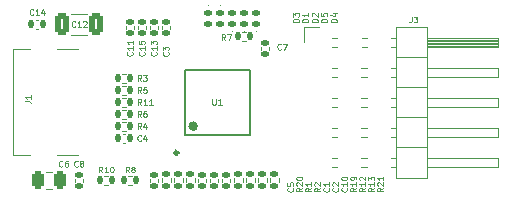
<source format=gbr>
%TF.GenerationSoftware,KiCad,Pcbnew,6.0.4-6f826c9f35~116~ubuntu21.10.1*%
%TF.CreationDate,2022-04-05T23:43:51+08:00*%
%TF.ProjectId,ST_Link_V2.1,53545f4c-696e-46b5-9f56-322e312e6b69,rev?*%
%TF.SameCoordinates,Original*%
%TF.FileFunction,Legend,Top*%
%TF.FilePolarity,Positive*%
%FSLAX46Y46*%
G04 Gerber Fmt 4.6, Leading zero omitted, Abs format (unit mm)*
G04 Created by KiCad (PCBNEW 6.0.4-6f826c9f35~116~ubuntu21.10.1) date 2022-04-05 23:43:51*
%MOMM*%
%LPD*%
G01*
G04 APERTURE LIST*
G04 Aperture macros list*
%AMRoundRect*
0 Rectangle with rounded corners*
0 $1 Rounding radius*
0 $2 $3 $4 $5 $6 $7 $8 $9 X,Y pos of 4 corners*
0 Add a 4 corners polygon primitive as box body*
4,1,4,$2,$3,$4,$5,$6,$7,$8,$9,$2,$3,0*
0 Add four circle primitives for the rounded corners*
1,1,$1+$1,$2,$3*
1,1,$1+$1,$4,$5*
1,1,$1+$1,$6,$7*
1,1,$1+$1,$8,$9*
0 Add four rect primitives between the rounded corners*
20,1,$1+$1,$2,$3,$4,$5,0*
20,1,$1+$1,$4,$5,$6,$7,0*
20,1,$1+$1,$6,$7,$8,$9,0*
20,1,$1+$1,$8,$9,$2,$3,0*%
G04 Aperture macros list end*
%ADD10C,0.100000*%
%ADD11C,0.120000*%
%ADD12C,0.200000*%
%ADD13C,0.400000*%
%ADD14C,0.300000*%
%ADD15RoundRect,0.140000X-0.170000X0.140000X-0.170000X-0.140000X0.170000X-0.140000X0.170000X0.140000X0*%
%ADD16RoundRect,0.140000X0.170000X-0.140000X0.170000X0.140000X-0.170000X0.140000X-0.170000X-0.140000X0*%
%ADD17RoundRect,0.140000X0.140000X0.170000X-0.140000X0.170000X-0.140000X-0.170000X0.140000X-0.170000X0*%
%ADD18RoundRect,0.250000X0.250000X0.475000X-0.250000X0.475000X-0.250000X-0.475000X0.250000X-0.475000X0*%
%ADD19RoundRect,0.249999X-0.325001X-0.650001X0.325001X-0.650001X0.325001X0.650001X-0.325001X0.650001X0*%
%ADD20RoundRect,0.147500X-0.172500X0.147500X-0.172500X-0.147500X0.172500X-0.147500X0.172500X0.147500X0*%
%ADD21RoundRect,0.147500X0.172500X-0.147500X0.172500X0.147500X-0.172500X0.147500X-0.172500X-0.147500X0*%
%ADD22C,0.600000*%
%ADD23R,1.160000X0.600000*%
%ADD24R,1.160000X0.300000*%
%ADD25O,2.000000X0.900000*%
%ADD26O,1.700000X0.900000*%
%ADD27RoundRect,0.135000X-0.185000X0.135000X-0.185000X-0.135000X0.185000X-0.135000X0.185000X0.135000X0*%
%ADD28RoundRect,0.135000X0.135000X0.185000X-0.135000X0.185000X-0.135000X-0.185000X0.135000X-0.185000X0*%
%ADD29RoundRect,0.135000X-0.135000X-0.185000X0.135000X-0.185000X0.135000X0.185000X-0.135000X0.185000X0*%
%ADD30RoundRect,0.135000X0.185000X-0.135000X0.185000X0.135000X-0.185000X0.135000X-0.185000X-0.135000X0*%
%ADD31O,0.280000X1.800000*%
%ADD32O,1.800000X0.280000*%
%ADD33R,1.700000X1.700000*%
%ADD34O,1.700000X1.700000*%
G04 APERTURE END LIST*
D10*
%TO.C,C1*%
X82855571Y-91337333D02*
X82879380Y-91361142D01*
X82903190Y-91432571D01*
X82903190Y-91480190D01*
X82879380Y-91551619D01*
X82831761Y-91599238D01*
X82784142Y-91623047D01*
X82688904Y-91646857D01*
X82617476Y-91646857D01*
X82522238Y-91623047D01*
X82474619Y-91599238D01*
X82427000Y-91551619D01*
X82403190Y-91480190D01*
X82403190Y-91432571D01*
X82427000Y-91361142D01*
X82450809Y-91337333D01*
X82903190Y-90861142D02*
X82903190Y-91146857D01*
X82903190Y-91004000D02*
X82403190Y-91004000D01*
X82474619Y-91051619D01*
X82522238Y-91099238D01*
X82546047Y-91146857D01*
%TO.C,C2*%
X83617571Y-91337333D02*
X83641380Y-91361142D01*
X83665190Y-91432571D01*
X83665190Y-91480190D01*
X83641380Y-91551619D01*
X83593761Y-91599238D01*
X83546142Y-91623047D01*
X83450904Y-91646857D01*
X83379476Y-91646857D01*
X83284238Y-91623047D01*
X83236619Y-91599238D01*
X83189000Y-91551619D01*
X83165190Y-91480190D01*
X83165190Y-91432571D01*
X83189000Y-91361142D01*
X83212809Y-91337333D01*
X83212809Y-91146857D02*
X83189000Y-91123047D01*
X83165190Y-91075428D01*
X83165190Y-90956380D01*
X83189000Y-90908761D01*
X83212809Y-90884952D01*
X83260428Y-90861142D01*
X83308047Y-90861142D01*
X83379476Y-90884952D01*
X83665190Y-91170666D01*
X83665190Y-90861142D01*
%TO.C,C3*%
X69266571Y-79833333D02*
X69290380Y-79857142D01*
X69314190Y-79928571D01*
X69314190Y-79976190D01*
X69290380Y-80047619D01*
X69242761Y-80095238D01*
X69195142Y-80119047D01*
X69099904Y-80142857D01*
X69028476Y-80142857D01*
X68933238Y-80119047D01*
X68885619Y-80095238D01*
X68838000Y-80047619D01*
X68814190Y-79976190D01*
X68814190Y-79928571D01*
X68838000Y-79857142D01*
X68861809Y-79833333D01*
X68814190Y-79666666D02*
X68814190Y-79357142D01*
X69004666Y-79523809D01*
X69004666Y-79452380D01*
X69028476Y-79404761D01*
X69052285Y-79380952D01*
X69099904Y-79357142D01*
X69218952Y-79357142D01*
X69266571Y-79380952D01*
X69290380Y-79404761D01*
X69314190Y-79452380D01*
X69314190Y-79595238D01*
X69290380Y-79642857D01*
X69266571Y-79666666D01*
%TO.C,C4*%
X66972666Y-87300571D02*
X66948857Y-87324380D01*
X66877428Y-87348190D01*
X66829809Y-87348190D01*
X66758380Y-87324380D01*
X66710761Y-87276761D01*
X66686952Y-87229142D01*
X66663142Y-87133904D01*
X66663142Y-87062476D01*
X66686952Y-86967238D01*
X66710761Y-86919619D01*
X66758380Y-86872000D01*
X66829809Y-86848190D01*
X66877428Y-86848190D01*
X66948857Y-86872000D01*
X66972666Y-86895809D01*
X67401238Y-87014857D02*
X67401238Y-87348190D01*
X67282190Y-86824380D02*
X67163142Y-87181523D01*
X67472666Y-87181523D01*
%TO.C,C5*%
X79807571Y-91337333D02*
X79831380Y-91361142D01*
X79855190Y-91432571D01*
X79855190Y-91480190D01*
X79831380Y-91551619D01*
X79783761Y-91599238D01*
X79736142Y-91623047D01*
X79640904Y-91646857D01*
X79569476Y-91646857D01*
X79474238Y-91623047D01*
X79426619Y-91599238D01*
X79379000Y-91551619D01*
X79355190Y-91480190D01*
X79355190Y-91432571D01*
X79379000Y-91361142D01*
X79402809Y-91337333D01*
X79355190Y-90884952D02*
X79355190Y-91123047D01*
X79593285Y-91146857D01*
X79569476Y-91123047D01*
X79545666Y-91075428D01*
X79545666Y-90956380D01*
X79569476Y-90908761D01*
X79593285Y-90884952D01*
X79640904Y-90861142D01*
X79759952Y-90861142D01*
X79807571Y-90884952D01*
X79831380Y-90908761D01*
X79855190Y-90956380D01*
X79855190Y-91075428D01*
X79831380Y-91123047D01*
X79807571Y-91146857D01*
%TO.C,C6*%
X60316666Y-89478571D02*
X60292857Y-89502380D01*
X60221428Y-89526190D01*
X60173809Y-89526190D01*
X60102380Y-89502380D01*
X60054761Y-89454761D01*
X60030952Y-89407142D01*
X60007142Y-89311904D01*
X60007142Y-89240476D01*
X60030952Y-89145238D01*
X60054761Y-89097619D01*
X60102380Y-89050000D01*
X60173809Y-89026190D01*
X60221428Y-89026190D01*
X60292857Y-89050000D01*
X60316666Y-89073809D01*
X60745238Y-89026190D02*
X60650000Y-89026190D01*
X60602380Y-89050000D01*
X60578571Y-89073809D01*
X60530952Y-89145238D01*
X60507142Y-89240476D01*
X60507142Y-89430952D01*
X60530952Y-89478571D01*
X60554761Y-89502380D01*
X60602380Y-89526190D01*
X60697619Y-89526190D01*
X60745238Y-89502380D01*
X60769047Y-89478571D01*
X60792857Y-89430952D01*
X60792857Y-89311904D01*
X60769047Y-89264285D01*
X60745238Y-89240476D01*
X60697619Y-89216666D01*
X60602380Y-89216666D01*
X60554761Y-89240476D01*
X60530952Y-89264285D01*
X60507142Y-89311904D01*
%TO.C,C7*%
X78816666Y-79578571D02*
X78792857Y-79602380D01*
X78721428Y-79626190D01*
X78673809Y-79626190D01*
X78602380Y-79602380D01*
X78554761Y-79554761D01*
X78530952Y-79507142D01*
X78507142Y-79411904D01*
X78507142Y-79340476D01*
X78530952Y-79245238D01*
X78554761Y-79197619D01*
X78602380Y-79150000D01*
X78673809Y-79126190D01*
X78721428Y-79126190D01*
X78792857Y-79150000D01*
X78816666Y-79173809D01*
X78983333Y-79126190D02*
X79316666Y-79126190D01*
X79102380Y-79626190D01*
%TO.C,C8*%
X61616666Y-89478571D02*
X61592857Y-89502380D01*
X61521428Y-89526190D01*
X61473809Y-89526190D01*
X61402380Y-89502380D01*
X61354761Y-89454761D01*
X61330952Y-89407142D01*
X61307142Y-89311904D01*
X61307142Y-89240476D01*
X61330952Y-89145238D01*
X61354761Y-89097619D01*
X61402380Y-89050000D01*
X61473809Y-89026190D01*
X61521428Y-89026190D01*
X61592857Y-89050000D01*
X61616666Y-89073809D01*
X61902380Y-89240476D02*
X61854761Y-89216666D01*
X61830952Y-89192857D01*
X61807142Y-89145238D01*
X61807142Y-89121428D01*
X61830952Y-89073809D01*
X61854761Y-89050000D01*
X61902380Y-89026190D01*
X61997619Y-89026190D01*
X62045238Y-89050000D01*
X62069047Y-89073809D01*
X62092857Y-89121428D01*
X62092857Y-89145238D01*
X62069047Y-89192857D01*
X62045238Y-89216666D01*
X61997619Y-89240476D01*
X61902380Y-89240476D01*
X61854761Y-89264285D01*
X61830952Y-89288095D01*
X61807142Y-89335714D01*
X61807142Y-89430952D01*
X61830952Y-89478571D01*
X61854761Y-89502380D01*
X61902380Y-89526190D01*
X61997619Y-89526190D01*
X62045238Y-89502380D01*
X62069047Y-89478571D01*
X62092857Y-89430952D01*
X62092857Y-89335714D01*
X62069047Y-89288095D01*
X62045238Y-89264285D01*
X61997619Y-89240476D01*
%TO.C,C10*%
X84379571Y-91321428D02*
X84403380Y-91345238D01*
X84427190Y-91416666D01*
X84427190Y-91464285D01*
X84403380Y-91535714D01*
X84355761Y-91583333D01*
X84308142Y-91607142D01*
X84212904Y-91630952D01*
X84141476Y-91630952D01*
X84046238Y-91607142D01*
X83998619Y-91583333D01*
X83951000Y-91535714D01*
X83927190Y-91464285D01*
X83927190Y-91416666D01*
X83951000Y-91345238D01*
X83974809Y-91321428D01*
X84427190Y-90845238D02*
X84427190Y-91130952D01*
X84427190Y-90988095D02*
X83927190Y-90988095D01*
X83998619Y-91035714D01*
X84046238Y-91083333D01*
X84070047Y-91130952D01*
X83927190Y-90535714D02*
X83927190Y-90488095D01*
X83951000Y-90440476D01*
X83974809Y-90416666D01*
X84022428Y-90392857D01*
X84117666Y-90369047D01*
X84236714Y-90369047D01*
X84331952Y-90392857D01*
X84379571Y-90416666D01*
X84403380Y-90440476D01*
X84427190Y-90488095D01*
X84427190Y-90535714D01*
X84403380Y-90583333D01*
X84379571Y-90607142D01*
X84331952Y-90630952D01*
X84236714Y-90654761D01*
X84117666Y-90654761D01*
X84022428Y-90630952D01*
X83974809Y-90607142D01*
X83951000Y-90583333D01*
X83927190Y-90535714D01*
%TO.C,C11*%
X66218571Y-79823428D02*
X66242380Y-79847238D01*
X66266190Y-79918666D01*
X66266190Y-79966285D01*
X66242380Y-80037714D01*
X66194761Y-80085333D01*
X66147142Y-80109142D01*
X66051904Y-80132952D01*
X65980476Y-80132952D01*
X65885238Y-80109142D01*
X65837619Y-80085333D01*
X65790000Y-80037714D01*
X65766190Y-79966285D01*
X65766190Y-79918666D01*
X65790000Y-79847238D01*
X65813809Y-79823428D01*
X66266190Y-79347238D02*
X66266190Y-79632952D01*
X66266190Y-79490095D02*
X65766190Y-79490095D01*
X65837619Y-79537714D01*
X65885238Y-79585333D01*
X65909047Y-79632952D01*
X66266190Y-78871047D02*
X66266190Y-79156761D01*
X66266190Y-79013904D02*
X65766190Y-79013904D01*
X65837619Y-79061523D01*
X65885238Y-79109142D01*
X65909047Y-79156761D01*
%TO.C,C12*%
X61400571Y-77648571D02*
X61376761Y-77672380D01*
X61305333Y-77696190D01*
X61257714Y-77696190D01*
X61186285Y-77672380D01*
X61138666Y-77624761D01*
X61114857Y-77577142D01*
X61091047Y-77481904D01*
X61091047Y-77410476D01*
X61114857Y-77315238D01*
X61138666Y-77267619D01*
X61186285Y-77220000D01*
X61257714Y-77196190D01*
X61305333Y-77196190D01*
X61376761Y-77220000D01*
X61400571Y-77243809D01*
X61876761Y-77696190D02*
X61591047Y-77696190D01*
X61733904Y-77696190D02*
X61733904Y-77196190D01*
X61686285Y-77267619D01*
X61638666Y-77315238D01*
X61591047Y-77339047D01*
X62067238Y-77243809D02*
X62091047Y-77220000D01*
X62138666Y-77196190D01*
X62257714Y-77196190D01*
X62305333Y-77220000D01*
X62329142Y-77243809D01*
X62352952Y-77291428D01*
X62352952Y-77339047D01*
X62329142Y-77410476D01*
X62043428Y-77696190D01*
X62352952Y-77696190D01*
%TO.C,C13*%
X68250571Y-79823428D02*
X68274380Y-79847238D01*
X68298190Y-79918666D01*
X68298190Y-79966285D01*
X68274380Y-80037714D01*
X68226761Y-80085333D01*
X68179142Y-80109142D01*
X68083904Y-80132952D01*
X68012476Y-80132952D01*
X67917238Y-80109142D01*
X67869619Y-80085333D01*
X67822000Y-80037714D01*
X67798190Y-79966285D01*
X67798190Y-79918666D01*
X67822000Y-79847238D01*
X67845809Y-79823428D01*
X68298190Y-79347238D02*
X68298190Y-79632952D01*
X68298190Y-79490095D02*
X67798190Y-79490095D01*
X67869619Y-79537714D01*
X67917238Y-79585333D01*
X67941047Y-79632952D01*
X67798190Y-79180571D02*
X67798190Y-78871047D01*
X67988666Y-79037714D01*
X67988666Y-78966285D01*
X68012476Y-78918666D01*
X68036285Y-78894857D01*
X68083904Y-78871047D01*
X68202952Y-78871047D01*
X68250571Y-78894857D01*
X68274380Y-78918666D01*
X68298190Y-78966285D01*
X68298190Y-79109142D01*
X68274380Y-79156761D01*
X68250571Y-79180571D01*
%TO.C,C14*%
X57844571Y-76632571D02*
X57820761Y-76656380D01*
X57749333Y-76680190D01*
X57701714Y-76680190D01*
X57630285Y-76656380D01*
X57582666Y-76608761D01*
X57558857Y-76561142D01*
X57535047Y-76465904D01*
X57535047Y-76394476D01*
X57558857Y-76299238D01*
X57582666Y-76251619D01*
X57630285Y-76204000D01*
X57701714Y-76180190D01*
X57749333Y-76180190D01*
X57820761Y-76204000D01*
X57844571Y-76227809D01*
X58320761Y-76680190D02*
X58035047Y-76680190D01*
X58177904Y-76680190D02*
X58177904Y-76180190D01*
X58130285Y-76251619D01*
X58082666Y-76299238D01*
X58035047Y-76323047D01*
X58749333Y-76346857D02*
X58749333Y-76680190D01*
X58630285Y-76156380D02*
X58511238Y-76513523D01*
X58820761Y-76513523D01*
%TO.C,C15*%
X67234571Y-79823428D02*
X67258380Y-79847238D01*
X67282190Y-79918666D01*
X67282190Y-79966285D01*
X67258380Y-80037714D01*
X67210761Y-80085333D01*
X67163142Y-80109142D01*
X67067904Y-80132952D01*
X66996476Y-80132952D01*
X66901238Y-80109142D01*
X66853619Y-80085333D01*
X66806000Y-80037714D01*
X66782190Y-79966285D01*
X66782190Y-79918666D01*
X66806000Y-79847238D01*
X66829809Y-79823428D01*
X67282190Y-79347238D02*
X67282190Y-79632952D01*
X67282190Y-79490095D02*
X66782190Y-79490095D01*
X66853619Y-79537714D01*
X66901238Y-79585333D01*
X66925047Y-79632952D01*
X66782190Y-78894857D02*
X66782190Y-79132952D01*
X67020285Y-79156761D01*
X66996476Y-79132952D01*
X66972666Y-79085333D01*
X66972666Y-78966285D01*
X66996476Y-78918666D01*
X67020285Y-78894857D01*
X67067904Y-78871047D01*
X67186952Y-78871047D01*
X67234571Y-78894857D01*
X67258380Y-78918666D01*
X67282190Y-78966285D01*
X67282190Y-79085333D01*
X67258380Y-79132952D01*
X67234571Y-79156761D01*
%TO.C,D1*%
X81126190Y-77269047D02*
X80626190Y-77269047D01*
X80626190Y-77150000D01*
X80650000Y-77078571D01*
X80697619Y-77030952D01*
X80745238Y-77007142D01*
X80840476Y-76983333D01*
X80911904Y-76983333D01*
X81007142Y-77007142D01*
X81054761Y-77030952D01*
X81102380Y-77078571D01*
X81126190Y-77150000D01*
X81126190Y-77269047D01*
X81126190Y-76507142D02*
X81126190Y-76792857D01*
X81126190Y-76650000D02*
X80626190Y-76650000D01*
X80697619Y-76697619D01*
X80745238Y-76745238D01*
X80769047Y-76792857D01*
%TO.C,D2*%
X81926190Y-77269047D02*
X81426190Y-77269047D01*
X81426190Y-77150000D01*
X81450000Y-77078571D01*
X81497619Y-77030952D01*
X81545238Y-77007142D01*
X81640476Y-76983333D01*
X81711904Y-76983333D01*
X81807142Y-77007142D01*
X81854761Y-77030952D01*
X81902380Y-77078571D01*
X81926190Y-77150000D01*
X81926190Y-77269047D01*
X81473809Y-76792857D02*
X81450000Y-76769047D01*
X81426190Y-76721428D01*
X81426190Y-76602380D01*
X81450000Y-76554761D01*
X81473809Y-76530952D01*
X81521428Y-76507142D01*
X81569047Y-76507142D01*
X81640476Y-76530952D01*
X81926190Y-76816666D01*
X81926190Y-76507142D01*
%TO.C,D3*%
X80326190Y-77269047D02*
X79826190Y-77269047D01*
X79826190Y-77150000D01*
X79850000Y-77078571D01*
X79897619Y-77030952D01*
X79945238Y-77007142D01*
X80040476Y-76983333D01*
X80111904Y-76983333D01*
X80207142Y-77007142D01*
X80254761Y-77030952D01*
X80302380Y-77078571D01*
X80326190Y-77150000D01*
X80326190Y-77269047D01*
X79826190Y-76816666D02*
X79826190Y-76507142D01*
X80016666Y-76673809D01*
X80016666Y-76602380D01*
X80040476Y-76554761D01*
X80064285Y-76530952D01*
X80111904Y-76507142D01*
X80230952Y-76507142D01*
X80278571Y-76530952D01*
X80302380Y-76554761D01*
X80326190Y-76602380D01*
X80326190Y-76745238D01*
X80302380Y-76792857D01*
X80278571Y-76816666D01*
%TO.C,D4*%
X83526190Y-77269047D02*
X83026190Y-77269047D01*
X83026190Y-77150000D01*
X83050000Y-77078571D01*
X83097619Y-77030952D01*
X83145238Y-77007142D01*
X83240476Y-76983333D01*
X83311904Y-76983333D01*
X83407142Y-77007142D01*
X83454761Y-77030952D01*
X83502380Y-77078571D01*
X83526190Y-77150000D01*
X83526190Y-77269047D01*
X83192857Y-76554761D02*
X83526190Y-76554761D01*
X83002380Y-76673809D02*
X83359523Y-76792857D01*
X83359523Y-76483333D01*
%TO.C,D5*%
X82726190Y-77269047D02*
X82226190Y-77269047D01*
X82226190Y-77150000D01*
X82250000Y-77078571D01*
X82297619Y-77030952D01*
X82345238Y-77007142D01*
X82440476Y-76983333D01*
X82511904Y-76983333D01*
X82607142Y-77007142D01*
X82654761Y-77030952D01*
X82702380Y-77078571D01*
X82726190Y-77150000D01*
X82726190Y-77269047D01*
X82226190Y-76530952D02*
X82226190Y-76769047D01*
X82464285Y-76792857D01*
X82440476Y-76769047D01*
X82416666Y-76721428D01*
X82416666Y-76602380D01*
X82440476Y-76554761D01*
X82464285Y-76530952D01*
X82511904Y-76507142D01*
X82630952Y-76507142D01*
X82678571Y-76530952D01*
X82702380Y-76554761D01*
X82726190Y-76602380D01*
X82726190Y-76721428D01*
X82702380Y-76769047D01*
X82678571Y-76792857D01*
%TO.C,J1*%
X57130190Y-83986666D02*
X57487333Y-83986666D01*
X57558761Y-84010476D01*
X57606380Y-84058095D01*
X57630190Y-84129523D01*
X57630190Y-84177142D01*
X57630190Y-83486666D02*
X57630190Y-83772380D01*
X57630190Y-83629523D02*
X57130190Y-83629523D01*
X57201619Y-83677142D01*
X57249238Y-83724761D01*
X57273047Y-83772380D01*
%TO.C,R1*%
X81379190Y-91337333D02*
X81141095Y-91504000D01*
X81379190Y-91623047D02*
X80879190Y-91623047D01*
X80879190Y-91432571D01*
X80903000Y-91384952D01*
X80926809Y-91361142D01*
X80974428Y-91337333D01*
X81045857Y-91337333D01*
X81093476Y-91361142D01*
X81117285Y-91384952D01*
X81141095Y-91432571D01*
X81141095Y-91623047D01*
X81379190Y-90861142D02*
X81379190Y-91146857D01*
X81379190Y-91004000D02*
X80879190Y-91004000D01*
X80950619Y-91051619D01*
X80998238Y-91099238D01*
X81022047Y-91146857D01*
%TO.C,R2*%
X82141190Y-91337333D02*
X81903095Y-91504000D01*
X82141190Y-91623047D02*
X81641190Y-91623047D01*
X81641190Y-91432571D01*
X81665000Y-91384952D01*
X81688809Y-91361142D01*
X81736428Y-91337333D01*
X81807857Y-91337333D01*
X81855476Y-91361142D01*
X81879285Y-91384952D01*
X81903095Y-91432571D01*
X81903095Y-91623047D01*
X81688809Y-91146857D02*
X81665000Y-91123047D01*
X81641190Y-91075428D01*
X81641190Y-90956380D01*
X81665000Y-90908761D01*
X81688809Y-90884952D01*
X81736428Y-90861142D01*
X81784047Y-90861142D01*
X81855476Y-90884952D01*
X82141190Y-91170666D01*
X82141190Y-90861142D01*
%TO.C,R3*%
X66972666Y-82268190D02*
X66806000Y-82030095D01*
X66686952Y-82268190D02*
X66686952Y-81768190D01*
X66877428Y-81768190D01*
X66925047Y-81792000D01*
X66948857Y-81815809D01*
X66972666Y-81863428D01*
X66972666Y-81934857D01*
X66948857Y-81982476D01*
X66925047Y-82006285D01*
X66877428Y-82030095D01*
X66686952Y-82030095D01*
X67139333Y-81768190D02*
X67448857Y-81768190D01*
X67282190Y-81958666D01*
X67353619Y-81958666D01*
X67401238Y-81982476D01*
X67425047Y-82006285D01*
X67448857Y-82053904D01*
X67448857Y-82172952D01*
X67425047Y-82220571D01*
X67401238Y-82244380D01*
X67353619Y-82268190D01*
X67210761Y-82268190D01*
X67163142Y-82244380D01*
X67139333Y-82220571D01*
%TO.C,R4*%
X66972666Y-86332190D02*
X66806000Y-86094095D01*
X66686952Y-86332190D02*
X66686952Y-85832190D01*
X66877428Y-85832190D01*
X66925047Y-85856000D01*
X66948857Y-85879809D01*
X66972666Y-85927428D01*
X66972666Y-85998857D01*
X66948857Y-86046476D01*
X66925047Y-86070285D01*
X66877428Y-86094095D01*
X66686952Y-86094095D01*
X67401238Y-85998857D02*
X67401238Y-86332190D01*
X67282190Y-85808380D02*
X67163142Y-86165523D01*
X67472666Y-86165523D01*
%TO.C,R5*%
X66972666Y-83284190D02*
X66806000Y-83046095D01*
X66686952Y-83284190D02*
X66686952Y-82784190D01*
X66877428Y-82784190D01*
X66925047Y-82808000D01*
X66948857Y-82831809D01*
X66972666Y-82879428D01*
X66972666Y-82950857D01*
X66948857Y-82998476D01*
X66925047Y-83022285D01*
X66877428Y-83046095D01*
X66686952Y-83046095D01*
X67425047Y-82784190D02*
X67186952Y-82784190D01*
X67163142Y-83022285D01*
X67186952Y-82998476D01*
X67234571Y-82974666D01*
X67353619Y-82974666D01*
X67401238Y-82998476D01*
X67425047Y-83022285D01*
X67448857Y-83069904D01*
X67448857Y-83188952D01*
X67425047Y-83236571D01*
X67401238Y-83260380D01*
X67353619Y-83284190D01*
X67234571Y-83284190D01*
X67186952Y-83260380D01*
X67163142Y-83236571D01*
%TO.C,R6*%
X66972666Y-85316190D02*
X66806000Y-85078095D01*
X66686952Y-85316190D02*
X66686952Y-84816190D01*
X66877428Y-84816190D01*
X66925047Y-84840000D01*
X66948857Y-84863809D01*
X66972666Y-84911428D01*
X66972666Y-84982857D01*
X66948857Y-85030476D01*
X66925047Y-85054285D01*
X66877428Y-85078095D01*
X66686952Y-85078095D01*
X67401238Y-84816190D02*
X67306000Y-84816190D01*
X67258380Y-84840000D01*
X67234571Y-84863809D01*
X67186952Y-84935238D01*
X67163142Y-85030476D01*
X67163142Y-85220952D01*
X67186952Y-85268571D01*
X67210761Y-85292380D01*
X67258380Y-85316190D01*
X67353619Y-85316190D01*
X67401238Y-85292380D01*
X67425047Y-85268571D01*
X67448857Y-85220952D01*
X67448857Y-85101904D01*
X67425047Y-85054285D01*
X67401238Y-85030476D01*
X67353619Y-85006666D01*
X67258380Y-85006666D01*
X67210761Y-85030476D01*
X67186952Y-85054285D01*
X67163142Y-85101904D01*
%TO.C,R7*%
X74116666Y-78826190D02*
X73950000Y-78588095D01*
X73830952Y-78826190D02*
X73830952Y-78326190D01*
X74021428Y-78326190D01*
X74069047Y-78350000D01*
X74092857Y-78373809D01*
X74116666Y-78421428D01*
X74116666Y-78492857D01*
X74092857Y-78540476D01*
X74069047Y-78564285D01*
X74021428Y-78588095D01*
X73830952Y-78588095D01*
X74283333Y-78326190D02*
X74616666Y-78326190D01*
X74402380Y-78826190D01*
%TO.C,R8*%
X65956666Y-90015190D02*
X65790000Y-89777095D01*
X65670952Y-90015190D02*
X65670952Y-89515190D01*
X65861428Y-89515190D01*
X65909047Y-89539000D01*
X65932857Y-89562809D01*
X65956666Y-89610428D01*
X65956666Y-89681857D01*
X65932857Y-89729476D01*
X65909047Y-89753285D01*
X65861428Y-89777095D01*
X65670952Y-89777095D01*
X66242380Y-89729476D02*
X66194761Y-89705666D01*
X66170952Y-89681857D01*
X66147142Y-89634238D01*
X66147142Y-89610428D01*
X66170952Y-89562809D01*
X66194761Y-89539000D01*
X66242380Y-89515190D01*
X66337619Y-89515190D01*
X66385238Y-89539000D01*
X66409047Y-89562809D01*
X66432857Y-89610428D01*
X66432857Y-89634238D01*
X66409047Y-89681857D01*
X66385238Y-89705666D01*
X66337619Y-89729476D01*
X66242380Y-89729476D01*
X66194761Y-89753285D01*
X66170952Y-89777095D01*
X66147142Y-89824714D01*
X66147142Y-89919952D01*
X66170952Y-89967571D01*
X66194761Y-89991380D01*
X66242380Y-90015190D01*
X66337619Y-90015190D01*
X66385238Y-89991380D01*
X66409047Y-89967571D01*
X66432857Y-89919952D01*
X66432857Y-89824714D01*
X66409047Y-89777095D01*
X66385238Y-89753285D01*
X66337619Y-89729476D01*
%TO.C,R10*%
X63686571Y-90015190D02*
X63519904Y-89777095D01*
X63400857Y-90015190D02*
X63400857Y-89515190D01*
X63591333Y-89515190D01*
X63638952Y-89539000D01*
X63662761Y-89562809D01*
X63686571Y-89610428D01*
X63686571Y-89681857D01*
X63662761Y-89729476D01*
X63638952Y-89753285D01*
X63591333Y-89777095D01*
X63400857Y-89777095D01*
X64162761Y-90015190D02*
X63877047Y-90015190D01*
X64019904Y-90015190D02*
X64019904Y-89515190D01*
X63972285Y-89586619D01*
X63924666Y-89634238D01*
X63877047Y-89658047D01*
X64472285Y-89515190D02*
X64519904Y-89515190D01*
X64567523Y-89539000D01*
X64591333Y-89562809D01*
X64615142Y-89610428D01*
X64638952Y-89705666D01*
X64638952Y-89824714D01*
X64615142Y-89919952D01*
X64591333Y-89967571D01*
X64567523Y-89991380D01*
X64519904Y-90015190D01*
X64472285Y-90015190D01*
X64424666Y-89991380D01*
X64400857Y-89967571D01*
X64377047Y-89919952D01*
X64353238Y-89824714D01*
X64353238Y-89705666D01*
X64377047Y-89610428D01*
X64400857Y-89562809D01*
X64424666Y-89539000D01*
X64472285Y-89515190D01*
%TO.C,R11*%
X66988571Y-84300190D02*
X66821904Y-84062095D01*
X66702857Y-84300190D02*
X66702857Y-83800190D01*
X66893333Y-83800190D01*
X66940952Y-83824000D01*
X66964761Y-83847809D01*
X66988571Y-83895428D01*
X66988571Y-83966857D01*
X66964761Y-84014476D01*
X66940952Y-84038285D01*
X66893333Y-84062095D01*
X66702857Y-84062095D01*
X67464761Y-84300190D02*
X67179047Y-84300190D01*
X67321904Y-84300190D02*
X67321904Y-83800190D01*
X67274285Y-83871619D01*
X67226666Y-83919238D01*
X67179047Y-83943047D01*
X67940952Y-84300190D02*
X67655238Y-84300190D01*
X67798095Y-84300190D02*
X67798095Y-83800190D01*
X67750476Y-83871619D01*
X67702857Y-83919238D01*
X67655238Y-83943047D01*
%TO.C,R12*%
X85951190Y-91321428D02*
X85713095Y-91488095D01*
X85951190Y-91607142D02*
X85451190Y-91607142D01*
X85451190Y-91416666D01*
X85475000Y-91369047D01*
X85498809Y-91345238D01*
X85546428Y-91321428D01*
X85617857Y-91321428D01*
X85665476Y-91345238D01*
X85689285Y-91369047D01*
X85713095Y-91416666D01*
X85713095Y-91607142D01*
X85951190Y-90845238D02*
X85951190Y-91130952D01*
X85951190Y-90988095D02*
X85451190Y-90988095D01*
X85522619Y-91035714D01*
X85570238Y-91083333D01*
X85594047Y-91130952D01*
X85498809Y-90654761D02*
X85475000Y-90630952D01*
X85451190Y-90583333D01*
X85451190Y-90464285D01*
X85475000Y-90416666D01*
X85498809Y-90392857D01*
X85546428Y-90369047D01*
X85594047Y-90369047D01*
X85665476Y-90392857D01*
X85951190Y-90678571D01*
X85951190Y-90369047D01*
%TO.C,R13*%
X86713190Y-91321428D02*
X86475095Y-91488095D01*
X86713190Y-91607142D02*
X86213190Y-91607142D01*
X86213190Y-91416666D01*
X86237000Y-91369047D01*
X86260809Y-91345238D01*
X86308428Y-91321428D01*
X86379857Y-91321428D01*
X86427476Y-91345238D01*
X86451285Y-91369047D01*
X86475095Y-91416666D01*
X86475095Y-91607142D01*
X86713190Y-90845238D02*
X86713190Y-91130952D01*
X86713190Y-90988095D02*
X86213190Y-90988095D01*
X86284619Y-91035714D01*
X86332238Y-91083333D01*
X86356047Y-91130952D01*
X86213190Y-90678571D02*
X86213190Y-90369047D01*
X86403666Y-90535714D01*
X86403666Y-90464285D01*
X86427476Y-90416666D01*
X86451285Y-90392857D01*
X86498904Y-90369047D01*
X86617952Y-90369047D01*
X86665571Y-90392857D01*
X86689380Y-90416666D01*
X86713190Y-90464285D01*
X86713190Y-90607142D01*
X86689380Y-90654761D01*
X86665571Y-90678571D01*
%TO.C,R19*%
X85189190Y-91321428D02*
X84951095Y-91488095D01*
X85189190Y-91607142D02*
X84689190Y-91607142D01*
X84689190Y-91416666D01*
X84713000Y-91369047D01*
X84736809Y-91345238D01*
X84784428Y-91321428D01*
X84855857Y-91321428D01*
X84903476Y-91345238D01*
X84927285Y-91369047D01*
X84951095Y-91416666D01*
X84951095Y-91607142D01*
X85189190Y-90845238D02*
X85189190Y-91130952D01*
X85189190Y-90988095D02*
X84689190Y-90988095D01*
X84760619Y-91035714D01*
X84808238Y-91083333D01*
X84832047Y-91130952D01*
X85189190Y-90607142D02*
X85189190Y-90511904D01*
X85165380Y-90464285D01*
X85141571Y-90440476D01*
X85070142Y-90392857D01*
X84974904Y-90369047D01*
X84784428Y-90369047D01*
X84736809Y-90392857D01*
X84713000Y-90416666D01*
X84689190Y-90464285D01*
X84689190Y-90559523D01*
X84713000Y-90607142D01*
X84736809Y-90630952D01*
X84784428Y-90654761D01*
X84903476Y-90654761D01*
X84951095Y-90630952D01*
X84974904Y-90607142D01*
X84998714Y-90559523D01*
X84998714Y-90464285D01*
X84974904Y-90416666D01*
X84951095Y-90392857D01*
X84903476Y-90369047D01*
%TO.C,R20*%
X80617190Y-91321428D02*
X80379095Y-91488095D01*
X80617190Y-91607142D02*
X80117190Y-91607142D01*
X80117190Y-91416666D01*
X80141000Y-91369047D01*
X80164809Y-91345238D01*
X80212428Y-91321428D01*
X80283857Y-91321428D01*
X80331476Y-91345238D01*
X80355285Y-91369047D01*
X80379095Y-91416666D01*
X80379095Y-91607142D01*
X80164809Y-91130952D02*
X80141000Y-91107142D01*
X80117190Y-91059523D01*
X80117190Y-90940476D01*
X80141000Y-90892857D01*
X80164809Y-90869047D01*
X80212428Y-90845238D01*
X80260047Y-90845238D01*
X80331476Y-90869047D01*
X80617190Y-91154761D01*
X80617190Y-90845238D01*
X80117190Y-90535714D02*
X80117190Y-90488095D01*
X80141000Y-90440476D01*
X80164809Y-90416666D01*
X80212428Y-90392857D01*
X80307666Y-90369047D01*
X80426714Y-90369047D01*
X80521952Y-90392857D01*
X80569571Y-90416666D01*
X80593380Y-90440476D01*
X80617190Y-90488095D01*
X80617190Y-90535714D01*
X80593380Y-90583333D01*
X80569571Y-90607142D01*
X80521952Y-90630952D01*
X80426714Y-90654761D01*
X80307666Y-90654761D01*
X80212428Y-90630952D01*
X80164809Y-90607142D01*
X80141000Y-90583333D01*
X80117190Y-90535714D01*
%TO.C,R21*%
X87475190Y-91321428D02*
X87237095Y-91488095D01*
X87475190Y-91607142D02*
X86975190Y-91607142D01*
X86975190Y-91416666D01*
X86999000Y-91369047D01*
X87022809Y-91345238D01*
X87070428Y-91321428D01*
X87141857Y-91321428D01*
X87189476Y-91345238D01*
X87213285Y-91369047D01*
X87237095Y-91416666D01*
X87237095Y-91607142D01*
X87022809Y-91130952D02*
X86999000Y-91107142D01*
X86975190Y-91059523D01*
X86975190Y-90940476D01*
X86999000Y-90892857D01*
X87022809Y-90869047D01*
X87070428Y-90845238D01*
X87118047Y-90845238D01*
X87189476Y-90869047D01*
X87475190Y-91154761D01*
X87475190Y-90845238D01*
X87475190Y-90369047D02*
X87475190Y-90654761D01*
X87475190Y-90511904D02*
X86975190Y-90511904D01*
X87046619Y-90559523D01*
X87094238Y-90607142D01*
X87118047Y-90654761D01*
%TO.C,U1*%
X73009047Y-83776190D02*
X73009047Y-84180952D01*
X73032857Y-84228571D01*
X73056666Y-84252380D01*
X73104285Y-84276190D01*
X73199523Y-84276190D01*
X73247142Y-84252380D01*
X73270952Y-84228571D01*
X73294761Y-84180952D01*
X73294761Y-83776190D01*
X73794761Y-84276190D02*
X73509047Y-84276190D01*
X73651904Y-84276190D02*
X73651904Y-83776190D01*
X73604285Y-83847619D01*
X73556666Y-83895238D01*
X73509047Y-83919047D01*
%TO.C,J3*%
X89876333Y-76815190D02*
X89876333Y-77172333D01*
X89852523Y-77243761D01*
X89804904Y-77291380D01*
X89733476Y-77315190D01*
X89685857Y-77315190D01*
X90066809Y-76815190D02*
X90376333Y-76815190D01*
X90209666Y-77005666D01*
X90281095Y-77005666D01*
X90328714Y-77029476D01*
X90352523Y-77053285D01*
X90376333Y-77100904D01*
X90376333Y-77219952D01*
X90352523Y-77267571D01*
X90328714Y-77291380D01*
X90281095Y-77315190D01*
X90138238Y-77315190D01*
X90090619Y-77291380D01*
X90066809Y-77267571D01*
D11*
%TO.C,C1*%
X71776000Y-90570164D02*
X71776000Y-90785836D01*
X72496000Y-90570164D02*
X72496000Y-90785836D01*
%TO.C,C2*%
X72792000Y-90570164D02*
X72792000Y-90785836D01*
X73512000Y-90570164D02*
X73512000Y-90785836D01*
%TO.C,C3*%
X69448000Y-77831836D02*
X69448000Y-77616164D01*
X68728000Y-77831836D02*
X68728000Y-77616164D01*
%TO.C,C4*%
X65639836Y-86762000D02*
X65424164Y-86762000D01*
X65639836Y-87482000D02*
X65424164Y-87482000D01*
%TO.C,C5*%
X67712000Y-90570164D02*
X67712000Y-90785836D01*
X68432000Y-90570164D02*
X68432000Y-90785836D01*
%TO.C,C6*%
X59443252Y-89943000D02*
X58920748Y-89943000D01*
X59443252Y-91413000D02*
X58920748Y-91413000D01*
%TO.C,C7*%
X77110000Y-79609836D02*
X77110000Y-79394164D01*
X77830000Y-79609836D02*
X77830000Y-79394164D01*
%TO.C,C8*%
X62082000Y-90785836D02*
X62082000Y-90570164D01*
X61362000Y-90785836D02*
X61362000Y-90570164D01*
%TO.C,C10*%
X74528000Y-90570164D02*
X74528000Y-90785836D01*
X73808000Y-90570164D02*
X73808000Y-90785836D01*
%TO.C,C11*%
X66400000Y-77831836D02*
X66400000Y-77616164D01*
X65680000Y-77831836D02*
X65680000Y-77616164D01*
%TO.C,C12*%
X61010748Y-76560000D02*
X62433252Y-76560000D01*
X61010748Y-78380000D02*
X62433252Y-78380000D01*
%TO.C,C13*%
X68432000Y-77831836D02*
X68432000Y-77616164D01*
X67712000Y-77831836D02*
X67712000Y-77616164D01*
%TO.C,C14*%
X58273836Y-77110000D02*
X58058164Y-77110000D01*
X58273836Y-77830000D02*
X58058164Y-77830000D01*
%TO.C,C15*%
X66696000Y-77831836D02*
X66696000Y-77616164D01*
X67416000Y-77831836D02*
X67416000Y-77616164D01*
D10*
%TO.C,D1*%
X73710000Y-75872000D02*
G75*
G03*
X73710000Y-75872000I-50000J0D01*
G01*
%TO.C,D2*%
X74726000Y-78052000D02*
G75*
G03*
X74726000Y-78052000I-50000J0D01*
G01*
%TO.C,D3*%
X72694000Y-75872000D02*
G75*
G03*
X72694000Y-75872000I-50000J0D01*
G01*
%TO.C,D4*%
X76758000Y-78052000D02*
G75*
G03*
X76758000Y-78052000I-50000J0D01*
G01*
%TO.C,D5*%
X75742000Y-78052000D02*
G75*
G03*
X75742000Y-78052000I-50000J0D01*
G01*
D11*
%TO.C,J1*%
X56120000Y-88544000D02*
X56120000Y-79604000D01*
X56120000Y-79604000D02*
X57580000Y-79604000D01*
X56120000Y-88544000D02*
X57580000Y-88544000D01*
X61630000Y-88544000D02*
X59830000Y-88544000D01*
X61630000Y-79604000D02*
X59830000Y-79604000D01*
%TO.C,R1*%
X69724000Y-90524359D02*
X69724000Y-90831641D01*
X70484000Y-90524359D02*
X70484000Y-90831641D01*
%TO.C,R2*%
X71500000Y-90524359D02*
X71500000Y-90831641D01*
X70740000Y-90524359D02*
X70740000Y-90831641D01*
%TO.C,R3*%
X65685641Y-81662000D02*
X65378359Y-81662000D01*
X65685641Y-82422000D02*
X65378359Y-82422000D01*
%TO.C,R4*%
X65685641Y-86486000D02*
X65378359Y-86486000D01*
X65685641Y-85726000D02*
X65378359Y-85726000D01*
%TO.C,R5*%
X65685641Y-82678000D02*
X65378359Y-82678000D01*
X65685641Y-83438000D02*
X65378359Y-83438000D01*
%TO.C,R6*%
X65685641Y-85470000D02*
X65378359Y-85470000D01*
X65685641Y-84710000D02*
X65378359Y-84710000D01*
%TO.C,R7*%
X75845641Y-78866000D02*
X75538359Y-78866000D01*
X75845641Y-78106000D02*
X75538359Y-78106000D01*
%TO.C,R8*%
X65886359Y-90298000D02*
X66193641Y-90298000D01*
X65886359Y-91058000D02*
X66193641Y-91058000D01*
%TO.C,R10*%
X64161641Y-90298000D02*
X63854359Y-90298000D01*
X64161641Y-91058000D02*
X63854359Y-91058000D01*
%TO.C,R11*%
X65685641Y-84454000D02*
X65378359Y-84454000D01*
X65685641Y-83694000D02*
X65378359Y-83694000D01*
%TO.C,R12*%
X75820000Y-90831641D02*
X75820000Y-90524359D01*
X76580000Y-90831641D02*
X76580000Y-90524359D01*
%TO.C,R13*%
X76836000Y-90524359D02*
X76836000Y-90831641D01*
X77596000Y-90524359D02*
X77596000Y-90831641D01*
%TO.C,R19*%
X74804000Y-90524359D02*
X74804000Y-90831641D01*
X75564000Y-90524359D02*
X75564000Y-90831641D01*
%TO.C,R20*%
X68707001Y-90831641D02*
X68707001Y-90524359D01*
X69467001Y-90831641D02*
X69467001Y-90524359D01*
%TO.C,R21*%
X78612000Y-90831641D02*
X78612000Y-90524359D01*
X77852000Y-90831641D02*
X77852000Y-90524359D01*
D12*
%TO.C,U1*%
X70656000Y-86824000D02*
X70656000Y-81324000D01*
X70656000Y-81324000D02*
X76156000Y-81324000D01*
X70656000Y-86824000D02*
X76156000Y-86824000D01*
X76156000Y-86824000D02*
X76156000Y-81324000D01*
D13*
X71581000Y-86099000D02*
G75*
G03*
X71581000Y-86099000I-200000J0D01*
G01*
D14*
X70106000Y-88349000D02*
G75*
G03*
X70106000Y-88349000I-150000J0D01*
G01*
D11*
%TO.C,J3*%
X88164929Y-86234000D02*
X88562000Y-86234000D01*
X97222000Y-78614000D02*
X97222000Y-79374000D01*
X83152000Y-81914000D02*
X83539071Y-81914000D01*
X83152000Y-86234000D02*
X83539071Y-86234000D01*
X88164929Y-81914000D02*
X88562000Y-81914000D01*
X91222000Y-81154000D02*
X97222000Y-81154000D01*
X97222000Y-81914000D02*
X91222000Y-81914000D01*
X83152000Y-86994000D02*
X83539071Y-86994000D01*
X85624929Y-81914000D02*
X86079071Y-81914000D01*
X88164929Y-88774000D02*
X88562000Y-88774000D01*
X83152000Y-83694000D02*
X83539071Y-83694000D01*
X97222000Y-84454000D02*
X91222000Y-84454000D01*
X88562000Y-85344000D02*
X91222000Y-85344000D01*
X91222000Y-78614000D02*
X97222000Y-78614000D01*
X88164929Y-84454000D02*
X88562000Y-84454000D01*
X88562000Y-80264000D02*
X91222000Y-80264000D01*
X85692000Y-78614000D02*
X86079071Y-78614000D01*
X97222000Y-86994000D02*
X91222000Y-86994000D01*
X88164929Y-89534000D02*
X88562000Y-89534000D01*
X91222000Y-79034000D02*
X97222000Y-79034000D01*
X80772000Y-78994000D02*
X80772000Y-77724000D01*
X91222000Y-83694000D02*
X97222000Y-83694000D01*
X91222000Y-78794000D02*
X97222000Y-78794000D01*
X91222000Y-88774000D02*
X97222000Y-88774000D01*
X91222000Y-78914000D02*
X97222000Y-78914000D01*
X88562000Y-77664000D02*
X88562000Y-90484000D01*
X97222000Y-79374000D02*
X91222000Y-79374000D01*
X88164929Y-86994000D02*
X88562000Y-86994000D01*
X85624929Y-86234000D02*
X86079071Y-86234000D01*
X88562000Y-82804000D02*
X91222000Y-82804000D01*
X85624929Y-84454000D02*
X86079071Y-84454000D01*
X83152000Y-81154000D02*
X83539071Y-81154000D01*
X83152000Y-78614000D02*
X83539071Y-78614000D01*
X88562000Y-90484000D02*
X91222000Y-90484000D01*
X97222000Y-81154000D02*
X97222000Y-81914000D01*
X83152000Y-79374000D02*
X83539071Y-79374000D01*
X83152000Y-89534000D02*
X83539071Y-89534000D01*
X88164929Y-79374000D02*
X88562000Y-79374000D01*
X88164929Y-78614000D02*
X88562000Y-78614000D01*
X85692000Y-79374000D02*
X86079071Y-79374000D01*
X85624929Y-88774000D02*
X86079071Y-88774000D01*
X91222000Y-78674000D02*
X97222000Y-78674000D01*
X97222000Y-89534000D02*
X91222000Y-89534000D01*
X83152000Y-88774000D02*
X83539071Y-88774000D01*
X91222000Y-86234000D02*
X97222000Y-86234000D01*
X83152000Y-84454000D02*
X83539071Y-84454000D01*
X91222000Y-79274000D02*
X97222000Y-79274000D01*
X85624929Y-81154000D02*
X86079071Y-81154000D01*
X88164929Y-81154000D02*
X88562000Y-81154000D01*
X85624929Y-89534000D02*
X86079071Y-89534000D01*
X85624929Y-86994000D02*
X86079071Y-86994000D01*
X85624929Y-83694000D02*
X86079071Y-83694000D01*
X88562000Y-87884000D02*
X91222000Y-87884000D01*
X80772000Y-77724000D02*
X82042000Y-77724000D01*
X97222000Y-83694000D02*
X97222000Y-84454000D01*
X88164929Y-83694000D02*
X88562000Y-83694000D01*
X91222000Y-79154000D02*
X97222000Y-79154000D01*
X97222000Y-88774000D02*
X97222000Y-89534000D01*
X97222000Y-86234000D02*
X97222000Y-86994000D01*
X91222000Y-77664000D02*
X88562000Y-77664000D01*
X91222000Y-90484000D02*
X91222000Y-77664000D01*
%TD*%
%LPC*%
D15*
%TO.C,C1*%
X72136000Y-90198000D03*
X72136000Y-91158000D03*
%TD*%
%TO.C,C2*%
X73152000Y-90198000D03*
X73152000Y-91158000D03*
%TD*%
D16*
%TO.C,C3*%
X69088000Y-78204000D03*
X69088000Y-77244000D03*
%TD*%
D17*
%TO.C,C4*%
X66012000Y-87122000D03*
X65052000Y-87122000D03*
%TD*%
D15*
%TO.C,C5*%
X68072000Y-90198000D03*
X68072000Y-91158000D03*
%TD*%
D18*
%TO.C,C6*%
X60132000Y-90678000D03*
X58232000Y-90678000D03*
%TD*%
D16*
%TO.C,C7*%
X77470000Y-79982000D03*
X77470000Y-79022000D03*
%TD*%
%TO.C,C8*%
X61722000Y-91158000D03*
X61722000Y-90198000D03*
%TD*%
D15*
%TO.C,C10*%
X74168000Y-90198000D03*
X74168000Y-91158000D03*
%TD*%
D16*
%TO.C,C11*%
X66040000Y-78204000D03*
X66040000Y-77244000D03*
%TD*%
D19*
%TO.C,C12*%
X60247000Y-77470000D03*
X63197000Y-77470000D03*
%TD*%
D16*
%TO.C,C13*%
X68072000Y-78204000D03*
X68072000Y-77244000D03*
%TD*%
D17*
%TO.C,C14*%
X58646000Y-77470000D03*
X57686000Y-77470000D03*
%TD*%
D16*
%TO.C,C15*%
X67056000Y-78204000D03*
X67056000Y-77244000D03*
%TD*%
D20*
%TO.C,D1*%
X73660000Y-76477000D03*
X73660000Y-77447000D03*
%TD*%
D21*
%TO.C,D2*%
X74676000Y-77447000D03*
X74676000Y-76477000D03*
%TD*%
D20*
%TO.C,D3*%
X72644000Y-76477000D03*
X72644000Y-77447000D03*
%TD*%
D21*
%TO.C,D4*%
X76708000Y-77447000D03*
X76708000Y-76477000D03*
%TD*%
%TO.C,D5*%
X75692000Y-77447000D03*
X75692000Y-76477000D03*
%TD*%
D22*
%TO.C,J1*%
X62410000Y-81184000D03*
X62410000Y-86964000D03*
D23*
X63470000Y-80874000D03*
X63470000Y-81674000D03*
D24*
X63470000Y-82824000D03*
X63470000Y-83824000D03*
X63470000Y-84324000D03*
X63470000Y-85324000D03*
D23*
X63470000Y-86474000D03*
X63470000Y-87274000D03*
X63470000Y-87274000D03*
X63470000Y-86474000D03*
D24*
X63470000Y-85824000D03*
X63470000Y-84824000D03*
X63470000Y-83324000D03*
X63470000Y-82324000D03*
D23*
X63470000Y-81674000D03*
X63470000Y-80874000D03*
D25*
X62890000Y-79754000D03*
X62890000Y-88394000D03*
D26*
X58720000Y-79754000D03*
X58720000Y-88394000D03*
%TD*%
D27*
%TO.C,R1*%
X70104000Y-90168000D03*
X70104000Y-91188000D03*
%TD*%
%TO.C,R2*%
X71120000Y-90168000D03*
X71120000Y-91188000D03*
%TD*%
D28*
%TO.C,R3*%
X66042000Y-82042000D03*
X65022000Y-82042000D03*
%TD*%
%TO.C,R4*%
X66042000Y-86106000D03*
X65022000Y-86106000D03*
%TD*%
%TO.C,R5*%
X66042000Y-83058000D03*
X65022000Y-83058000D03*
%TD*%
%TO.C,R6*%
X66042000Y-85090000D03*
X65022000Y-85090000D03*
%TD*%
%TO.C,R7*%
X76202000Y-78486000D03*
X75182000Y-78486000D03*
%TD*%
D29*
%TO.C,R8*%
X65530000Y-90678000D03*
X66550000Y-90678000D03*
%TD*%
D28*
%TO.C,R10*%
X64518000Y-90678000D03*
X63498000Y-90678000D03*
%TD*%
%TO.C,R11*%
X66042000Y-84074000D03*
X65022000Y-84074000D03*
%TD*%
D30*
%TO.C,R12*%
X76200000Y-91188000D03*
X76200000Y-90168000D03*
%TD*%
D27*
%TO.C,R13*%
X77216000Y-90168000D03*
X77216000Y-91188000D03*
%TD*%
%TO.C,R19*%
X75184000Y-90168000D03*
X75184000Y-91188000D03*
%TD*%
D30*
%TO.C,R20*%
X69087001Y-91188000D03*
X69087001Y-90168000D03*
%TD*%
%TO.C,R21*%
X78232000Y-91188000D03*
X78232000Y-90168000D03*
%TD*%
D31*
%TO.C,U1*%
X70656000Y-88124000D03*
X71156000Y-88124000D03*
X71656000Y-88124000D03*
X72156000Y-88124000D03*
X72656000Y-88124000D03*
X73156000Y-88124000D03*
X73656000Y-88124000D03*
X74156000Y-88124000D03*
X74656000Y-88124000D03*
X75156000Y-88124000D03*
X75656000Y-88124000D03*
X76156000Y-88124000D03*
D32*
X77456000Y-86824000D03*
X77456000Y-86324000D03*
X77456000Y-85824000D03*
X77456000Y-85324000D03*
X77456000Y-84824000D03*
X77456000Y-84324000D03*
X77456000Y-83824000D03*
X77456000Y-83324000D03*
X77456000Y-82824000D03*
X77456000Y-82324000D03*
X77456000Y-81824000D03*
X77456000Y-81324000D03*
D31*
X76156000Y-80024000D03*
X75656000Y-80024000D03*
X75156000Y-80024000D03*
X74656000Y-80024000D03*
X74156000Y-80024000D03*
X73656000Y-80024000D03*
X73156000Y-80024000D03*
X72656000Y-80024000D03*
X72156000Y-80024000D03*
X71656000Y-80024000D03*
X71156000Y-80024000D03*
X70656000Y-80024000D03*
D32*
X69356000Y-81324000D03*
X69356000Y-81824000D03*
X69356000Y-82324000D03*
X69356000Y-82824000D03*
X69356000Y-83324000D03*
X69356000Y-83824000D03*
X69356000Y-84324000D03*
X69356000Y-84824000D03*
X69356000Y-85324000D03*
X69356000Y-85824000D03*
X69356000Y-86324000D03*
X69356000Y-86824000D03*
%TD*%
D33*
%TO.C,J3*%
X82042000Y-78994000D03*
D34*
X82042000Y-81534000D03*
X82042000Y-84074000D03*
X82042000Y-86614000D03*
X82042000Y-89154000D03*
X84582000Y-78994000D03*
X84582000Y-81534000D03*
X84582000Y-84074000D03*
X84582000Y-86614000D03*
X84582000Y-89154000D03*
X87122000Y-78994000D03*
X87122000Y-81534000D03*
X87122000Y-84074000D03*
X87122000Y-86614000D03*
X87122000Y-89154000D03*
%TD*%
D33*
%TO.C,J2*%
X89662000Y-81534000D03*
D34*
X89662000Y-84074000D03*
X89662000Y-86614000D03*
%TD*%
M02*

</source>
